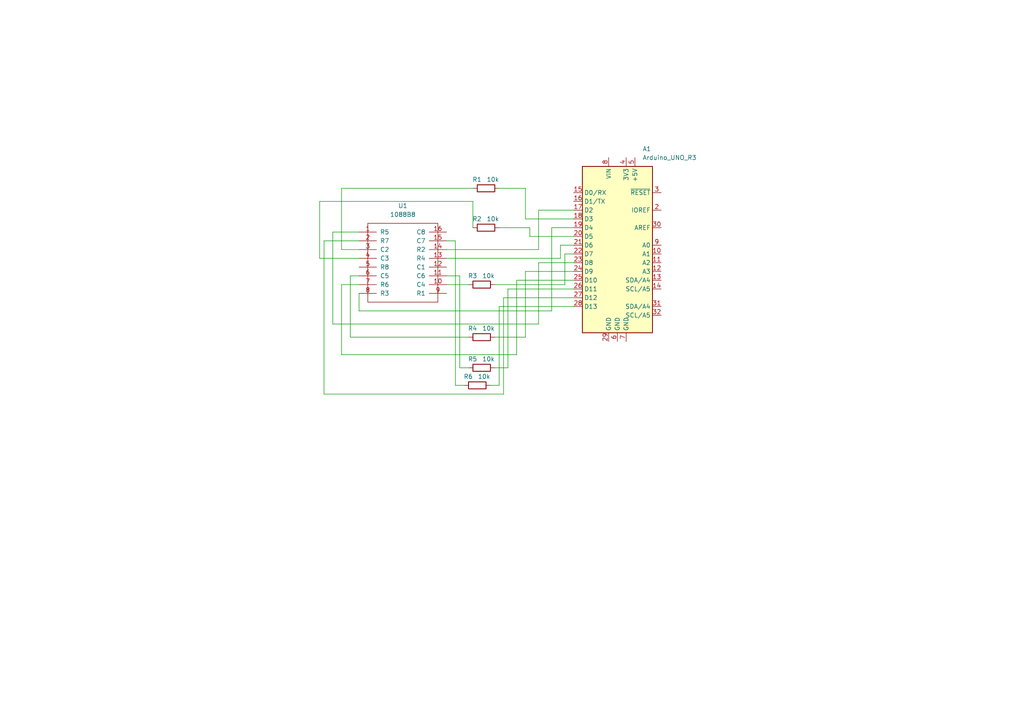
<source format=kicad_sch>
(kicad_sch (version 20230121) (generator eeschema)
  (paper "A4")
  (lib_symbols
    (symbol "8x8 LED Matrix:1088B8" (pin_names (offset 1.016))
      (property "Reference" "U" (at 0 22.86 0))
      (property "Value" "1088B8" (at 0 -2.54 0))
      (symbol "1088B8_0_1"
        (rectangle (start -10.16 -2.54) (end 10.16 20.32))
      )
      (symbol "1088B8_1_1"
        (pin passive line (at -12.7 17.78 0) (length 5.08) (name "R5") (number "1"))
        (pin passive line (at 12.7 2.54 180) (length 5.08) (name "C4") (number "10"))
        (pin passive line (at 12.7 5.08 180) (length 5.08) (name "C6") (number "11"))
        (pin passive line (at 12.7 7.62 180) (length 5.08) (name "C1") (number "12"))
        (pin passive line (at 12.7 10.16 180) (length 5.08) (name "R4") (number "13"))
        (pin passive line (at 12.7 12.7 180) (length 5.08) (name "R2") (number "14"))
        (pin passive line (at 12.7 15.24 180) (length 5.08) (name "C7") (number "15"))
        (pin passive line (at 12.7 17.78 180) (length 5.08) (name "C8") (number "16"))
        (pin passive line (at -12.7 15.24 0) (length 5.08) (name "R7") (number "2"))
        (pin passive line (at -12.7 12.7 0) (length 5.08) (name "C2") (number "3"))
        (pin passive line (at -12.7 10.16 0) (length 5.08) (name "C3") (number "4"))
        (pin passive line (at -12.7 7.62 0) (length 5.08) (name "R8") (number "5"))
        (pin passive line (at -12.7 5.08 0) (length 5.08) (name "C5") (number "6"))
        (pin passive line (at -12.7 2.54 0) (length 5.08) (name "R6") (number "7"))
        (pin passive line (at -12.7 0 0) (length 5.08) (name "R3") (number "8"))
        (pin passive line (at 12.7 0 180) (length 5.08) (name "R1") (number "9"))
      )
    )
    (symbol "Device:R" (pin_numbers hide) (pin_names (offset 0))
      (property "Reference" "R" (at 2.032 0 90))
      (property "Value" "R" (at 0 0 90))
      (symbol "R_0_1"
        (rectangle (start -1.016 -2.54) (end 1.016 2.54) (stroke (width 0.254)))
      )
      (symbol "R_1_1"
        (pin passive line (at 0 3.81 270) (length 1.27) (name "~") (number "1"))
        (pin passive line (at 0 -3.81 90) (length 1.27) (name "~") (number "2"))
      )
    )
    (symbol "MCU_Module:Arduino_UNO_R3"
      (property "Reference" "A" (at -10.16 23.495 0))
      (property "Value" "Arduino_UNO_R3" (at 5.08 -26.67 0))
      (symbol "Arduino_UNO_R3_0_1"
        (rectangle (start -10.16 22.86) (end 10.16 -25.4) (stroke (width 0.254)) (fill (type background)))
      )
      (symbol "Arduino_UNO_R3_1_1"
        (pin no_connect line (at -10.16 -20.32 0) (length 2.54) hide (name "NC") (number "1"))
        (pin bidirectional line (at 12.7 -2.54 180) (length 2.54) (name "A1") (number "10"))
        (pin bidirectional line (at 12.7 -5.08 180) (length 2.54) (name "A2") (number "11"))
        (pin bidirectional line (at 12.7 -7.62 180) (length 2.54) (name "A3") (number "12"))
        (pin bidirectional line (at 12.7 -10.16 180) (length 2.54) (name "SDA/A4") (number "13"))
        (pin bidirectional line (at 12.7 -12.7 180) (length 2.54) (name "SCL/A5") (number "14"))
        (pin bidirectional line (at -12.7 15.24 0) (length 2.54) (name "D0/RX") (number "15"))
        (pin bidirectional line (at -12.7 12.7 0) (length 2.54) (name "D1/TX") (number "16"))
        (pin bidirectional line (at -12.7 10.16 0) (length 2.54) (name "D2") (number "17"))
        (pin bidirectional line (at -12.7 7.62 0) (length 2.54) (name "D3") (number "18"))
        (pin bidirectional line (at -12.7 5.08 0) (length 2.54) (name "D4") (number "19"))
        (pin output line (at 12.7 10.16 180) (length 2.54) (name "IOREF") (number "2"))
        (pin bidirectional line (at -12.7 2.54 0) (length 2.54) (name "D5") (number "20"))
        (pin bidirectional line (at -12.7 0 0) (length 2.54) (name "D6") (number "21"))
        (pin bidirectional line (at -12.7 -2.54 0) (length 2.54) (name "D7") (number "22"))
        (pin bidirectional line (at -12.7 -5.08 0) (length 2.54) (name "D8") (number "23"))
        (pin bidirectional line (at -12.7 -7.62 0) (length 2.54) (name "D9") (number "24"))
        (pin bidirectional line (at -12.7 -10.16 0) (length 2.54) (name "D10") (number "25"))
        (pin bidirectional line (at -12.7 -12.7 0) (length 2.54) (name "D11") (number "26"))
        (pin bidirectional line (at -12.7 -15.24 0) (length 2.54) (name "D12") (number "27"))
        (pin bidirectional line (at -12.7 -17.78 0) (length 2.54) (name "D13") (number "28"))
        (pin power_in line (at -2.54 -27.94 90) (length 2.54) (name "GND") (number "29"))
        (pin input line (at 12.7 15.24 180) (length 2.54) (name "~{RESET}") (number "3"))
        (pin input line (at 12.7 5.08 180) (length 2.54) (name "AREF") (number "30"))
        (pin bidirectional line (at 12.7 -17.78 180) (length 2.54) (name "SDA/A4") (number "31"))
        (pin bidirectional line (at 12.7 -20.32 180) (length 2.54) (name "SCL/A5") (number "32"))
        (pin power_out line (at 2.54 25.4 270) (length 2.54) (name "3V3") (number "4"))
        (pin power_out line (at 5.08 25.4 270) (length 2.54) (name "+5V") (number "5"))
        (pin power_in line (at 0 -27.94 90) (length 2.54) (name "GND") (number "6"))
        (pin power_in line (at 2.54 -27.94 90) (length 2.54) (name "GND") (number "7"))
        (pin power_in line (at -2.54 25.4 270) (length 2.54) (name "VIN") (number "8"))
        (pin bidirectional line (at 12.7 0 180) (length 2.54) (name "A0") (number "9"))
      )
    )
  )
  (wire (pts (xy 99.06 72.39) (xy 99.06 54.61)))
  (wire (pts (xy 92.71 58.42) (xy 137.16 58.42)))
  (wire (pts (xy 147.32 83.82) (xy 166.37 83.82)))
  (wire (pts (xy 153.67 68.58) (xy 166.37 68.58)))
  (wire (pts (xy 132.08 111.76) (xy 134.62 111.76)))
  (wire (pts (xy 104.14 74.93) (xy 92.71 74.93)))
  (wire (pts (xy 133.35 80.01) (xy 133.35 106.68)))
  (wire (pts (xy 143.51 97.79) (xy 152.4 97.79)))
  (wire (pts (xy 99.06 54.61) (xy 137.16 54.61)))
  (wire (pts (xy 104.14 82.55) (xy 99.06 82.55)))
  (wire (pts (xy 149.86 81.28) (xy 166.37 81.28)))
  (wire (pts (xy 101.6 80.01) (xy 101.6 97.79)))
  (wire (pts (xy 104.14 67.31) (xy 96.52 67.31)))
  (wire (pts (xy 149.86 102.87) (xy 149.86 81.28)))
  (wire (pts (xy 152.4 54.61) (xy 152.4 63.5)))
  (wire (pts (xy 129.54 69.85) (xy 132.08 69.85)))
  (wire (pts (xy 162.56 71.12) (xy 166.37 71.12)))
  (wire (pts (xy 104.14 69.85) (xy 93.98 69.85)))
  (wire (pts (xy 129.54 72.39) (xy 156.21 72.39)))
  (wire (pts (xy 137.16 58.42) (xy 137.16 66.04)))
  (wire (pts (xy 156.21 93.98) (xy 156.21 76.2)))
  (wire (pts (xy 129.54 82.55) (xy 135.89 82.55)))
  (wire (pts (xy 144.78 88.9) (xy 166.37 88.9)))
  (wire (pts (xy 129.54 80.01) (xy 133.35 80.01)))
  (wire (pts (xy 156.21 72.39) (xy 156.21 60.96)))
  (wire (pts (xy 142.24 111.76) (xy 144.78 111.76)))
  (wire (pts (xy 132.08 69.85) (xy 132.08 111.76)))
  (wire (pts (xy 96.52 67.31) (xy 96.52 93.98)))
  (wire (pts (xy 104.14 85.09) (xy 104.14 90.17)))
  (wire (pts (xy 144.78 66.04) (xy 153.67 66.04)))
  (wire (pts (xy 133.35 106.68) (xy 135.89 106.68)))
  (wire (pts (xy 160.02 66.04) (xy 166.37 66.04)))
  (wire (pts (xy 152.4 97.79) (xy 152.4 78.74)))
  (wire (pts (xy 143.51 106.68) (xy 147.32 106.68)))
  (wire (pts (xy 153.67 66.04) (xy 153.67 68.58)))
  (wire (pts (xy 160.02 66.04) (xy 160.02 90.17)))
  (wire (pts (xy 99.06 82.55) (xy 99.06 102.87)))
  (wire (pts (xy 144.78 111.76) (xy 144.78 88.9)))
  (wire (pts (xy 129.54 74.93) (xy 162.56 74.93)))
  (wire (pts (xy 163.83 73.66) (xy 166.37 73.66)))
  (wire (pts (xy 156.21 76.2) (xy 166.37 76.2)))
  (wire (pts (xy 104.14 72.39) (xy 99.06 72.39)))
  (wire (pts (xy 93.98 114.3) (xy 146.05 114.3)))
  (wire (pts (xy 92.71 74.93) (xy 92.71 58.42)))
  (wire (pts (xy 152.4 78.74) (xy 166.37 78.74)))
  (wire (pts (xy 162.56 74.93) (xy 162.56 71.12)))
  (wire (pts (xy 104.14 80.01) (xy 101.6 80.01)))
  (wire (pts (xy 93.98 69.85) (xy 93.98 114.3)))
  (wire (pts (xy 147.32 106.68) (xy 147.32 83.82)))
  (wire (pts (xy 163.83 82.55) (xy 163.83 73.66)))
  (wire (pts (xy 101.6 97.79) (xy 135.89 97.79)))
  (wire (pts (xy 144.78 54.61) (xy 152.4 54.61)))
  (wire (pts (xy 99.06 102.87) (xy 149.86 102.87)))
  (wire (pts (xy 146.05 86.36) (xy 166.37 86.36)))
  (wire (pts (xy 146.05 114.3) (xy 146.05 86.36)))
  (wire (pts (xy 96.52 93.98) (xy 156.21 93.98)))
  (wire (pts (xy 104.14 90.17) (xy 160.02 90.17)))
  (wire (pts (xy 152.4 63.5) (xy 166.37 63.5)))
  (wire (pts (xy 156.21 60.96) (xy 166.37 60.96)))
  (wire (pts (xy 143.51 82.55) (xy 163.83 82.55)))
  (symbol (lib_id "Device:R") (at 139.7 106.68 90) (unit 1)
    (property "Reference" "R5" (at 138.43 104.14 90) (effects (justify left)))
    (property "Value" "10k" (at 143.51 104.14 90) (effects (justify left)))
  )
  (symbol (lib_id "Device:R") (at 138.43 111.76 90) (unit 1)
    (property "Reference" "R6" (at 137.16 109.22 90) (effects (justify left)))
    (property "Value" "10k" (at 142.24 109.22 90) (effects (justify left)))
  )
  (symbol (lib_id "Device:R") (at 140.97 54.61 90) (unit 1)
    (property "Reference" "R1" (at 139.7 52.07 90) (effects (justify left)))
    (property "Value" "10k" (at 144.78 52.07 90) (effects (justify left)))
  )
  (symbol (lib_id "Device:R") (at 140.97 66.04 90) (unit 1)
    (property "Reference" "R2" (at 139.7 63.5 90) (effects (justify left)))
    (property "Value" "10k" (at 144.78 63.5 90) (effects (justify left)))
  )
  (symbol (lib_id "8x8 LED Matrix:1088B8") (at 116.84 85.09 0) (unit 1)
    (property "Reference" "U1" (at 116.84 59.69 0))
    (property "Value" "1088B8" (at 116.84 62.23 0))
  )
  (symbol (lib_id "MCU_Module:Arduino_UNO_R3") (at 179.07 71.12 0) (unit 1)
    (property "Reference" "A1" (at 186.3441 43.18 0) (effects (justify left)))
    (property "Value" "Arduino_UNO_R3" (at 186.3441 45.72 0) (effects (justify left)))
    (property "Footprint" "Module:Arduino_UNO_R3" (effects hide))
    (property "Datasheet" "https://www.arduino.cc/en/Main/arduinoBoardUno" (effects hide))
  )
  (symbol (lib_id "Device:R") (at 139.7 82.55 90) (unit 1)
    (property "Reference" "R3" (at 138.43 80.01 90) (effects (justify left)))
    (property "Value" "10k" (at 143.51 80.01 90) (effects (justify left)))
  )
  (symbol (lib_id "Device:R") (at 139.7 97.79 90) (unit 1)
    (property "Reference" "R4" (at 138.43 95.25 90) (effects (justify left)))
    (property "Value" "10k" (at 143.51 95.25 90) (effects (justify left)))
  )
)
</source>
